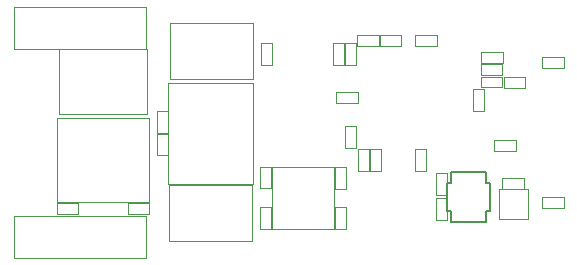
<source format=gbr>
%TF.GenerationSoftware,KiCad,Pcbnew,9.0.0*%
%TF.CreationDate,2025-03-14T22:24:00-04:00*%
%TF.ProjectId,teensy,7465656e-7379-42e6-9b69-6361645f7063,rev?*%
%TF.SameCoordinates,Original*%
%TF.FileFunction,Other,User*%
%FSLAX46Y46*%
G04 Gerber Fmt 4.6, Leading zero omitted, Abs format (unit mm)*
G04 Created by KiCad (PCBNEW 9.0.0) date 2025-03-14 22:24:00*
%MOMM*%
%LPD*%
G01*
G04 APERTURE LIST*
%ADD10C,0.050000*%
%ADD11C,0.152400*%
%ADD12C,0.100000*%
G04 APERTURE END LIST*
D10*
%TO.C,C6*%
X157411072Y-93825396D02*
X159231072Y-93825396D01*
X157411072Y-94745396D02*
X157411072Y-93825396D01*
X159231072Y-93825396D02*
X159231072Y-94745396D01*
X159231072Y-94745396D02*
X157411072Y-94745396D01*
%TO.C,U9*%
X130266072Y-95000000D02*
X137716072Y-95000000D01*
X130266072Y-100500000D02*
X130266072Y-95000000D01*
X137716072Y-95000000D02*
X137716072Y-100500000D01*
X137716072Y-100500000D02*
X130266072Y-100500000D01*
%TO.C,C20*%
X147279750Y-108370000D02*
X148199750Y-108370000D01*
X147279750Y-110190000D02*
X147279750Y-108370000D01*
X148199750Y-108370000D02*
X148199750Y-110190000D01*
X148199750Y-110190000D02*
X147279750Y-110190000D01*
%TO.C,R6*%
X153445176Y-94439671D02*
X154385176Y-94439671D01*
X153445176Y-96299671D02*
X153445176Y-94439671D01*
X154385176Y-94439671D02*
X154385176Y-96299671D01*
X154385176Y-96299671D02*
X153445176Y-96299671D01*
%TO.C,R2*%
X171127500Y-95630000D02*
X172987500Y-95630000D01*
X171127500Y-96570000D02*
X171127500Y-95630000D01*
X172987500Y-95630000D02*
X172987500Y-96570000D01*
X172987500Y-96570000D02*
X171127500Y-96570000D01*
D11*
%TO.C,U1*%
X163136600Y-106344300D02*
X163441700Y-106344300D01*
X163136600Y-108655700D02*
X163136600Y-106344300D01*
X163441700Y-105391800D02*
X163441700Y-106344300D01*
X163441700Y-105391800D02*
X166438300Y-105391800D01*
X163441700Y-108655700D02*
X163136600Y-108655700D01*
X163441700Y-109608200D02*
X163441700Y-108655700D01*
X166438300Y-105391800D02*
X166438300Y-106344300D01*
X166438300Y-106344300D02*
X166743400Y-106344300D01*
X166438300Y-109608200D02*
X163441700Y-109608200D01*
X166438300Y-109608200D02*
X166438300Y-108655700D01*
X166743400Y-106344300D02*
X166743400Y-108655700D01*
X166743400Y-108655700D02*
X166438300Y-108655700D01*
D10*
%TO.C,C8*%
X156614749Y-103439810D02*
X157534749Y-103439810D01*
X156614749Y-105259810D02*
X156614749Y-103439810D01*
X157534749Y-103439810D02*
X157534749Y-105259810D01*
X157534749Y-105259810D02*
X156614749Y-105259810D01*
%TO.C,R4*%
X154494211Y-101455396D02*
X155434211Y-101455396D01*
X154494211Y-103315396D02*
X154494211Y-101455396D01*
X155434211Y-101455396D02*
X155434211Y-103315396D01*
X155434211Y-103315396D02*
X154494211Y-103315396D01*
%TO.C,C19*%
X147289750Y-104960000D02*
X148209750Y-104960000D01*
X147289750Y-106780000D02*
X147289750Y-104960000D01*
X148209750Y-104960000D02*
X148209750Y-106780000D01*
X148209750Y-106780000D02*
X147289750Y-106780000D01*
%TO.C,R10*%
X153629750Y-104950000D02*
X154569750Y-104950000D01*
X153629750Y-106810000D02*
X153629750Y-104950000D01*
X154569750Y-104950000D02*
X154569750Y-106810000D01*
X154569750Y-106810000D02*
X153629750Y-106810000D01*
D12*
%TO.C,U5*%
X139700000Y-92750000D02*
X146700000Y-92750000D01*
X139700000Y-97550000D02*
X139700000Y-92750000D01*
X146700000Y-92750000D02*
X146700000Y-97550000D01*
X146700000Y-97550000D02*
X139700000Y-97550000D01*
D10*
%TO.C,C13*%
X165976118Y-96260551D02*
X167796118Y-96260551D01*
X165976118Y-97180551D02*
X165976118Y-96260551D01*
X167796118Y-96260551D02*
X167796118Y-97180551D01*
X167796118Y-97180551D02*
X165976118Y-97180551D01*
%TO.C,U10*%
X130066072Y-100850000D02*
X137916072Y-100850000D01*
X130066072Y-107950000D02*
X130066072Y-100850000D01*
X137916072Y-100850000D02*
X137916072Y-107950000D01*
X137916072Y-107950000D02*
X130066072Y-107950000D01*
%TO.C,C17*%
X138540000Y-100240000D02*
X139460000Y-100240000D01*
X138540000Y-102060000D02*
X138540000Y-100240000D01*
X139460000Y-100240000D02*
X139460000Y-102060000D01*
X139460000Y-102060000D02*
X138540000Y-102060000D01*
%TO.C,R7*%
X154507631Y-94426715D02*
X155447631Y-94426715D01*
X154507631Y-96286715D02*
X154507631Y-94426715D01*
X155447631Y-94426715D02*
X155447631Y-96286715D01*
X155447631Y-96286715D02*
X154507631Y-96286715D01*
%TO.C,R8*%
X167746283Y-105880000D02*
X169606283Y-105880000D01*
X167746283Y-106820000D02*
X167746283Y-105880000D01*
X169606283Y-105880000D02*
X169606283Y-106820000D01*
X169606283Y-106820000D02*
X167746283Y-106820000D01*
%TO.C,C1*%
X162180000Y-107610000D02*
X163100000Y-107610000D01*
X162180000Y-109430000D02*
X162180000Y-107610000D01*
X163100000Y-107610000D02*
X163100000Y-109430000D01*
X163100000Y-109430000D02*
X162180000Y-109430000D01*
%TO.C,C12*%
X155531072Y-93825396D02*
X157351072Y-93825396D01*
X155531072Y-94745396D02*
X155531072Y-93825396D01*
X157351072Y-93825396D02*
X157351072Y-94745396D01*
X157351072Y-94745396D02*
X155531072Y-94745396D01*
%TO.C,C16*%
X130081072Y-108040000D02*
X131901072Y-108040000D01*
X130081072Y-108960000D02*
X130081072Y-108040000D01*
X131901072Y-108040000D02*
X131901072Y-108960000D01*
X131901072Y-108960000D02*
X130081072Y-108960000D01*
%TO.C,C9*%
X160451072Y-93825396D02*
X162271072Y-93825396D01*
X160451072Y-94745396D02*
X160451072Y-93825396D01*
X162271072Y-93825396D02*
X162271072Y-94745396D01*
X162271072Y-94745396D02*
X160451072Y-94745396D01*
%TO.C,R5*%
X165293372Y-98330939D02*
X166233372Y-98330939D01*
X165293372Y-100190939D02*
X165293372Y-98330939D01*
X166233372Y-98330939D02*
X166233372Y-100190939D01*
X166233372Y-100190939D02*
X165293372Y-100190939D01*
%TO.C,U12*%
X126465000Y-91400000D02*
X126465000Y-95000000D01*
X126465000Y-95000000D02*
X137665000Y-95000000D01*
X137665000Y-91400000D02*
X126465000Y-91400000D01*
X137665000Y-95000000D02*
X137665000Y-91400000D01*
%TO.C,R1*%
X171127500Y-107530000D02*
X172987500Y-107530000D01*
X171127500Y-108470000D02*
X171127500Y-107530000D01*
X172987500Y-107530000D02*
X172987500Y-108470000D01*
X172987500Y-108470000D02*
X171127500Y-108470000D01*
D12*
%TO.C,U4*%
X139600000Y-106450000D02*
X146600000Y-106450000D01*
X139600000Y-111250000D02*
X139600000Y-106450000D01*
X146600000Y-106450000D02*
X146600000Y-111250000D01*
X146600000Y-111250000D02*
X139600000Y-111250000D01*
D10*
%TO.C,C5*%
X165976118Y-97307506D02*
X167796118Y-97307506D01*
X165976118Y-98227506D02*
X165976118Y-97307506D01*
X167796118Y-97307506D02*
X167796118Y-98227506D01*
X167796118Y-98227506D02*
X165976118Y-98227506D01*
%TO.C,R9*%
X153609750Y-108350000D02*
X154549750Y-108350000D01*
X153609750Y-110210000D02*
X153609750Y-108350000D01*
X154549750Y-108350000D02*
X154549750Y-110210000D01*
X154549750Y-110210000D02*
X153609750Y-110210000D01*
%TO.C,C15*%
X136081072Y-108040000D02*
X137901072Y-108040000D01*
X136081072Y-108960000D02*
X136081072Y-108040000D01*
X137901072Y-108040000D02*
X137901072Y-108960000D01*
X137901072Y-108960000D02*
X136081072Y-108960000D01*
%TO.C,C18*%
X138540000Y-102140000D02*
X139460000Y-102140000D01*
X138540000Y-103960000D02*
X138540000Y-102140000D01*
X139460000Y-102140000D02*
X139460000Y-103960000D01*
X139460000Y-103960000D02*
X138540000Y-103960000D01*
%TO.C,U8*%
X167495000Y-106850000D02*
X169945000Y-106850000D01*
X167495000Y-109350000D02*
X167495000Y-106850000D01*
X169945000Y-106850000D02*
X169945000Y-109350000D01*
X169945000Y-109350000D02*
X167495000Y-109350000D01*
%TO.C,C3*%
X167138330Y-102684022D02*
X168958330Y-102684022D01*
X167138330Y-103604022D02*
X167138330Y-102684022D01*
X168958330Y-102684022D02*
X168958330Y-103604022D01*
X168958330Y-103604022D02*
X167138330Y-103604022D01*
%TO.C,C4*%
X167908259Y-97359901D02*
X169728259Y-97359901D01*
X167908259Y-98279901D02*
X167908259Y-97359901D01*
X169728259Y-97359901D02*
X169728259Y-98279901D01*
X169728259Y-98279901D02*
X167908259Y-98279901D01*
%TO.C,C11*%
X153730059Y-98651098D02*
X155550059Y-98651098D01*
X153730059Y-99571098D02*
X153730059Y-98651098D01*
X155550059Y-98651098D02*
X155550059Y-99571098D01*
X155550059Y-99571098D02*
X153730059Y-99571098D01*
%TO.C,U11*%
X126465000Y-109100000D02*
X126465000Y-112700000D01*
X126465000Y-112700000D02*
X137665000Y-112700000D01*
X137665000Y-109100000D02*
X126465000Y-109100000D01*
X137665000Y-112700000D02*
X137665000Y-109100000D01*
%TO.C,U30*%
X148275000Y-104950000D02*
X153525000Y-104950000D01*
X148275000Y-110200000D02*
X148275000Y-104950000D01*
X153525000Y-104950000D02*
X153525000Y-110200000D01*
X153525000Y-110200000D02*
X148275000Y-110200000D01*
%TO.C,U13*%
X139500000Y-97875000D02*
X146700000Y-97875000D01*
X139500000Y-106425000D02*
X139500000Y-97875000D01*
X146700000Y-97875000D02*
X146700000Y-106425000D01*
X146700000Y-106425000D02*
X139500000Y-106425000D01*
%TO.C,R3*%
X160399128Y-103477031D02*
X161339128Y-103477031D01*
X160399128Y-105337031D02*
X160399128Y-103477031D01*
X161339128Y-103477031D02*
X161339128Y-105337031D01*
X161339128Y-105337031D02*
X160399128Y-105337031D01*
%TO.C,C2*%
X162180000Y-105490000D02*
X163100000Y-105490000D01*
X162180000Y-107310000D02*
X162180000Y-105490000D01*
X163100000Y-105490000D02*
X163100000Y-107310000D01*
X163100000Y-107310000D02*
X162180000Y-107310000D01*
%TO.C,C7*%
X155576023Y-103467846D02*
X156496023Y-103467846D01*
X155576023Y-105287846D02*
X155576023Y-103467846D01*
X156496023Y-103467846D02*
X156496023Y-105287846D01*
X156496023Y-105287846D02*
X155576023Y-105287846D01*
%TO.C,C10*%
X147359532Y-94487559D02*
X148279532Y-94487559D01*
X147359532Y-96307559D02*
X147359532Y-94487559D01*
X148279532Y-94487559D02*
X148279532Y-96307559D01*
X148279532Y-96307559D02*
X147359532Y-96307559D01*
%TO.C,C14*%
X166004553Y-95246347D02*
X167824553Y-95246347D01*
X166004553Y-96166347D02*
X166004553Y-95246347D01*
X167824553Y-95246347D02*
X167824553Y-96166347D01*
X167824553Y-96166347D02*
X166004553Y-96166347D01*
%TD*%
M02*

</source>
